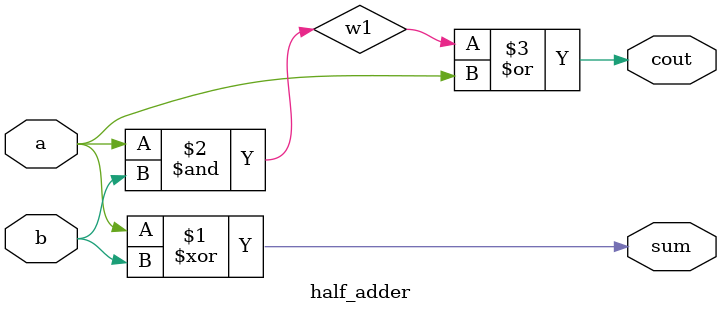
<source format=v>
module half_adder( 
input a, b,
output cout, sum );

wire w1;

xor( sum, a, b); 
and( w1, a, b);
or( cout, w1, a );

endmodule

</source>
